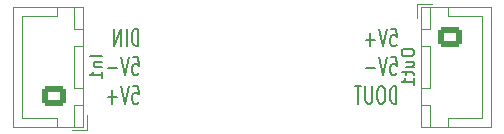
<source format=gbo>
G04 #@! TF.GenerationSoftware,KiCad,Pcbnew,7.0.2-0*
G04 #@! TF.CreationDate,2023-12-21T10:07:40-08:00*
G04 #@! TF.ProjectId,MM Skirt,4d4d2053-6b69-4727-942e-6b696361645f,rev?*
G04 #@! TF.SameCoordinates,Original*
G04 #@! TF.FileFunction,Legend,Bot*
G04 #@! TF.FilePolarity,Positive*
%FSLAX46Y46*%
G04 Gerber Fmt 4.6, Leading zero omitted, Abs format (unit mm)*
G04 Created by KiCad (PCBNEW 7.0.2-0) date 2023-12-21 10:07:40*
%MOMM*%
%LPD*%
G01*
G04 APERTURE LIST*
G04 Aperture macros list*
%AMRoundRect*
0 Rectangle with rounded corners*
0 $1 Rounding radius*
0 $2 $3 $4 $5 $6 $7 $8 $9 X,Y pos of 4 corners*
0 Add a 4 corners polygon primitive as box body*
4,1,4,$2,$3,$4,$5,$6,$7,$8,$9,$2,$3,0*
0 Add four circle primitives for the rounded corners*
1,1,$1+$1,$2,$3*
1,1,$1+$1,$4,$5*
1,1,$1+$1,$6,$7*
1,1,$1+$1,$8,$9*
0 Add four rect primitives between the rounded corners*
20,1,$1+$1,$2,$3,$4,$5,0*
20,1,$1+$1,$4,$5,$6,$7,0*
20,1,$1+$1,$6,$7,$8,$9,0*
20,1,$1+$1,$8,$9,$2,$3,0*%
G04 Aperture macros list end*
%ADD10C,0.150000*%
%ADD11C,0.120000*%
%ADD12O,1.950000X1.700000*%
%ADD13RoundRect,0.250000X-0.725000X0.600000X-0.725000X-0.600000X0.725000X-0.600000X0.725000X0.600000X0*%
%ADD14RoundRect,0.250000X0.725000X-0.600000X0.725000X0.600000X-0.725000X0.600000X-0.725000X-0.600000X0*%
G04 APERTURE END LIST*
D10*
X113807904Y-91222428D02*
X113807904Y-89722428D01*
X113807904Y-89722428D02*
X113569809Y-89722428D01*
X113569809Y-89722428D02*
X113426952Y-89793857D01*
X113426952Y-89793857D02*
X113331714Y-89936714D01*
X113331714Y-89936714D02*
X113284095Y-90079571D01*
X113284095Y-90079571D02*
X113236476Y-90365285D01*
X113236476Y-90365285D02*
X113236476Y-90579571D01*
X113236476Y-90579571D02*
X113284095Y-90865285D01*
X113284095Y-90865285D02*
X113331714Y-91008142D01*
X113331714Y-91008142D02*
X113426952Y-91151000D01*
X113426952Y-91151000D02*
X113569809Y-91222428D01*
X113569809Y-91222428D02*
X113807904Y-91222428D01*
X112807904Y-91222428D02*
X112807904Y-89722428D01*
X112331714Y-91222428D02*
X112331714Y-89722428D01*
X112331714Y-89722428D02*
X111760286Y-91222428D01*
X111760286Y-91222428D02*
X111760286Y-89722428D01*
X113331714Y-92152428D02*
X113807904Y-92152428D01*
X113807904Y-92152428D02*
X113855523Y-92866714D01*
X113855523Y-92866714D02*
X113807904Y-92795285D01*
X113807904Y-92795285D02*
X113712666Y-92723857D01*
X113712666Y-92723857D02*
X113474571Y-92723857D01*
X113474571Y-92723857D02*
X113379333Y-92795285D01*
X113379333Y-92795285D02*
X113331714Y-92866714D01*
X113331714Y-92866714D02*
X113284095Y-93009571D01*
X113284095Y-93009571D02*
X113284095Y-93366714D01*
X113284095Y-93366714D02*
X113331714Y-93509571D01*
X113331714Y-93509571D02*
X113379333Y-93581000D01*
X113379333Y-93581000D02*
X113474571Y-93652428D01*
X113474571Y-93652428D02*
X113712666Y-93652428D01*
X113712666Y-93652428D02*
X113807904Y-93581000D01*
X113807904Y-93581000D02*
X113855523Y-93509571D01*
X112998380Y-92152428D02*
X112665047Y-93652428D01*
X112665047Y-93652428D02*
X112331714Y-92152428D01*
X111998380Y-93081000D02*
X111236476Y-93081000D01*
X113331714Y-94582428D02*
X113807904Y-94582428D01*
X113807904Y-94582428D02*
X113855523Y-95296714D01*
X113855523Y-95296714D02*
X113807904Y-95225285D01*
X113807904Y-95225285D02*
X113712666Y-95153857D01*
X113712666Y-95153857D02*
X113474571Y-95153857D01*
X113474571Y-95153857D02*
X113379333Y-95225285D01*
X113379333Y-95225285D02*
X113331714Y-95296714D01*
X113331714Y-95296714D02*
X113284095Y-95439571D01*
X113284095Y-95439571D02*
X113284095Y-95796714D01*
X113284095Y-95796714D02*
X113331714Y-95939571D01*
X113331714Y-95939571D02*
X113379333Y-96011000D01*
X113379333Y-96011000D02*
X113474571Y-96082428D01*
X113474571Y-96082428D02*
X113712666Y-96082428D01*
X113712666Y-96082428D02*
X113807904Y-96011000D01*
X113807904Y-96011000D02*
X113855523Y-95939571D01*
X112998380Y-94582428D02*
X112665047Y-96082428D01*
X112665047Y-96082428D02*
X112331714Y-94582428D01*
X111998380Y-95511000D02*
X111236476Y-95511000D01*
X111617428Y-96082428D02*
X111617428Y-94939571D01*
X135175714Y-89722428D02*
X135651904Y-89722428D01*
X135651904Y-89722428D02*
X135699523Y-90436714D01*
X135699523Y-90436714D02*
X135651904Y-90365285D01*
X135651904Y-90365285D02*
X135556666Y-90293857D01*
X135556666Y-90293857D02*
X135318571Y-90293857D01*
X135318571Y-90293857D02*
X135223333Y-90365285D01*
X135223333Y-90365285D02*
X135175714Y-90436714D01*
X135175714Y-90436714D02*
X135128095Y-90579571D01*
X135128095Y-90579571D02*
X135128095Y-90936714D01*
X135128095Y-90936714D02*
X135175714Y-91079571D01*
X135175714Y-91079571D02*
X135223333Y-91151000D01*
X135223333Y-91151000D02*
X135318571Y-91222428D01*
X135318571Y-91222428D02*
X135556666Y-91222428D01*
X135556666Y-91222428D02*
X135651904Y-91151000D01*
X135651904Y-91151000D02*
X135699523Y-91079571D01*
X134842380Y-89722428D02*
X134509047Y-91222428D01*
X134509047Y-91222428D02*
X134175714Y-89722428D01*
X133842380Y-90651000D02*
X133080476Y-90651000D01*
X133461428Y-91222428D02*
X133461428Y-90079571D01*
X135175714Y-92152428D02*
X135651904Y-92152428D01*
X135651904Y-92152428D02*
X135699523Y-92866714D01*
X135699523Y-92866714D02*
X135651904Y-92795285D01*
X135651904Y-92795285D02*
X135556666Y-92723857D01*
X135556666Y-92723857D02*
X135318571Y-92723857D01*
X135318571Y-92723857D02*
X135223333Y-92795285D01*
X135223333Y-92795285D02*
X135175714Y-92866714D01*
X135175714Y-92866714D02*
X135128095Y-93009571D01*
X135128095Y-93009571D02*
X135128095Y-93366714D01*
X135128095Y-93366714D02*
X135175714Y-93509571D01*
X135175714Y-93509571D02*
X135223333Y-93581000D01*
X135223333Y-93581000D02*
X135318571Y-93652428D01*
X135318571Y-93652428D02*
X135556666Y-93652428D01*
X135556666Y-93652428D02*
X135651904Y-93581000D01*
X135651904Y-93581000D02*
X135699523Y-93509571D01*
X134842380Y-92152428D02*
X134509047Y-93652428D01*
X134509047Y-93652428D02*
X134175714Y-92152428D01*
X133842380Y-93081000D02*
X133080476Y-93081000D01*
X135651904Y-96082428D02*
X135651904Y-94582428D01*
X135651904Y-94582428D02*
X135413809Y-94582428D01*
X135413809Y-94582428D02*
X135270952Y-94653857D01*
X135270952Y-94653857D02*
X135175714Y-94796714D01*
X135175714Y-94796714D02*
X135128095Y-94939571D01*
X135128095Y-94939571D02*
X135080476Y-95225285D01*
X135080476Y-95225285D02*
X135080476Y-95439571D01*
X135080476Y-95439571D02*
X135128095Y-95725285D01*
X135128095Y-95725285D02*
X135175714Y-95868142D01*
X135175714Y-95868142D02*
X135270952Y-96011000D01*
X135270952Y-96011000D02*
X135413809Y-96082428D01*
X135413809Y-96082428D02*
X135651904Y-96082428D01*
X134461428Y-94582428D02*
X134270952Y-94582428D01*
X134270952Y-94582428D02*
X134175714Y-94653857D01*
X134175714Y-94653857D02*
X134080476Y-94796714D01*
X134080476Y-94796714D02*
X134032857Y-95082428D01*
X134032857Y-95082428D02*
X134032857Y-95582428D01*
X134032857Y-95582428D02*
X134080476Y-95868142D01*
X134080476Y-95868142D02*
X134175714Y-96011000D01*
X134175714Y-96011000D02*
X134270952Y-96082428D01*
X134270952Y-96082428D02*
X134461428Y-96082428D01*
X134461428Y-96082428D02*
X134556666Y-96011000D01*
X134556666Y-96011000D02*
X134651904Y-95868142D01*
X134651904Y-95868142D02*
X134699523Y-95582428D01*
X134699523Y-95582428D02*
X134699523Y-95082428D01*
X134699523Y-95082428D02*
X134651904Y-94796714D01*
X134651904Y-94796714D02*
X134556666Y-94653857D01*
X134556666Y-94653857D02*
X134461428Y-94582428D01*
X133604285Y-94582428D02*
X133604285Y-95796714D01*
X133604285Y-95796714D02*
X133556666Y-95939571D01*
X133556666Y-95939571D02*
X133509047Y-96011000D01*
X133509047Y-96011000D02*
X133413809Y-96082428D01*
X133413809Y-96082428D02*
X133223333Y-96082428D01*
X133223333Y-96082428D02*
X133128095Y-96011000D01*
X133128095Y-96011000D02*
X133080476Y-95939571D01*
X133080476Y-95939571D02*
X133032857Y-95796714D01*
X133032857Y-95796714D02*
X133032857Y-94582428D01*
X132699523Y-94582428D02*
X132128095Y-94582428D01*
X132413809Y-96082428D02*
X132413809Y-94582428D01*
X136103619Y-91654476D02*
X136103619Y-91844952D01*
X136103619Y-91844952D02*
X136151238Y-91940190D01*
X136151238Y-91940190D02*
X136246476Y-92035428D01*
X136246476Y-92035428D02*
X136436952Y-92083047D01*
X136436952Y-92083047D02*
X136770285Y-92083047D01*
X136770285Y-92083047D02*
X136960761Y-92035428D01*
X136960761Y-92035428D02*
X137056000Y-91940190D01*
X137056000Y-91940190D02*
X137103619Y-91844952D01*
X137103619Y-91844952D02*
X137103619Y-91654476D01*
X137103619Y-91654476D02*
X137056000Y-91559238D01*
X137056000Y-91559238D02*
X136960761Y-91464000D01*
X136960761Y-91464000D02*
X136770285Y-91416381D01*
X136770285Y-91416381D02*
X136436952Y-91416381D01*
X136436952Y-91416381D02*
X136246476Y-91464000D01*
X136246476Y-91464000D02*
X136151238Y-91559238D01*
X136151238Y-91559238D02*
X136103619Y-91654476D01*
X136436952Y-92940190D02*
X137103619Y-92940190D01*
X136436952Y-92511619D02*
X136960761Y-92511619D01*
X136960761Y-92511619D02*
X137056000Y-92559238D01*
X137056000Y-92559238D02*
X137103619Y-92654476D01*
X137103619Y-92654476D02*
X137103619Y-92797333D01*
X137103619Y-92797333D02*
X137056000Y-92892571D01*
X137056000Y-92892571D02*
X137008380Y-92940190D01*
X136436952Y-93273524D02*
X136436952Y-93654476D01*
X136103619Y-93416381D02*
X136960761Y-93416381D01*
X136960761Y-93416381D02*
X137056000Y-93464000D01*
X137056000Y-93464000D02*
X137103619Y-93559238D01*
X137103619Y-93559238D02*
X137103619Y-93654476D01*
X137103619Y-94511619D02*
X137103619Y-93940191D01*
X137103619Y-94225905D02*
X136103619Y-94225905D01*
X136103619Y-94225905D02*
X136246476Y-94130667D01*
X136246476Y-94130667D02*
X136341714Y-94035429D01*
X136341714Y-94035429D02*
X136389333Y-93940191D01*
X110692619Y-92035429D02*
X109692619Y-92035429D01*
X110025952Y-92511619D02*
X110692619Y-92511619D01*
X110121190Y-92511619D02*
X110073571Y-92559238D01*
X110073571Y-92559238D02*
X110025952Y-92654476D01*
X110025952Y-92654476D02*
X110025952Y-92797333D01*
X110025952Y-92797333D02*
X110073571Y-92892571D01*
X110073571Y-92892571D02*
X110168809Y-92940190D01*
X110168809Y-92940190D02*
X110692619Y-92940190D01*
X110692619Y-93940190D02*
X110692619Y-93368762D01*
X110692619Y-93654476D02*
X109692619Y-93654476D01*
X109692619Y-93654476D02*
X109835476Y-93559238D01*
X109835476Y-93559238D02*
X109930714Y-93464000D01*
X109930714Y-93464000D02*
X109978333Y-93368762D01*
D11*
X137441000Y-87614000D02*
X138691000Y-87614000D01*
X143701000Y-87904000D02*
X143701000Y-98024000D01*
X137731000Y-87904000D02*
X143701000Y-87904000D01*
X139991000Y-87914000D02*
X139991000Y-88664000D01*
X138491000Y-87914000D02*
X138491000Y-89714000D01*
X137741000Y-87914000D02*
X138491000Y-87914000D01*
X142941000Y-88664000D02*
X142941000Y-92964000D01*
X139991000Y-88664000D02*
X142941000Y-88664000D01*
X137441000Y-88864000D02*
X137441000Y-87614000D01*
X138491000Y-89714000D02*
X137741000Y-89714000D01*
X137741000Y-89714000D02*
X137741000Y-87914000D01*
X138491000Y-91214000D02*
X138491000Y-94714000D01*
X137741000Y-91214000D02*
X138491000Y-91214000D01*
X138491000Y-94714000D02*
X137741000Y-94714000D01*
X137741000Y-94714000D02*
X137741000Y-91214000D01*
X138491000Y-96214000D02*
X138491000Y-98014000D01*
X137741000Y-96214000D02*
X138491000Y-96214000D01*
X142941000Y-97264000D02*
X142941000Y-92964000D01*
X139991000Y-97264000D02*
X142941000Y-97264000D01*
X139991000Y-98014000D02*
X139991000Y-97264000D01*
X138491000Y-98014000D02*
X137741000Y-98014000D01*
X137741000Y-98014000D02*
X137741000Y-96214000D01*
X143701000Y-98024000D02*
X137731000Y-98024000D01*
X137731000Y-98024000D02*
X137731000Y-87904000D01*
X109430000Y-98314000D02*
X108180000Y-98314000D01*
X103170000Y-98024000D02*
X103170000Y-87904000D01*
X109140000Y-98024000D02*
X103170000Y-98024000D01*
X106880000Y-98014000D02*
X106880000Y-97264000D01*
X108380000Y-98014000D02*
X108380000Y-96214000D01*
X109130000Y-98014000D02*
X108380000Y-98014000D01*
X103930000Y-97264000D02*
X103930000Y-92964000D01*
X106880000Y-97264000D02*
X103930000Y-97264000D01*
X109430000Y-97064000D02*
X109430000Y-98314000D01*
X108380000Y-96214000D02*
X109130000Y-96214000D01*
X109130000Y-96214000D02*
X109130000Y-98014000D01*
X108380000Y-94714000D02*
X108380000Y-91214000D01*
X109130000Y-94714000D02*
X108380000Y-94714000D01*
X108380000Y-91214000D02*
X109130000Y-91214000D01*
X109130000Y-91214000D02*
X109130000Y-94714000D01*
X108380000Y-89714000D02*
X108380000Y-87914000D01*
X109130000Y-89714000D02*
X108380000Y-89714000D01*
X103930000Y-88664000D02*
X103930000Y-92964000D01*
X106880000Y-88664000D02*
X103930000Y-88664000D01*
X106880000Y-87914000D02*
X106880000Y-88664000D01*
X108380000Y-87914000D02*
X109130000Y-87914000D01*
X109130000Y-87914000D02*
X109130000Y-89714000D01*
X103170000Y-87904000D02*
X109140000Y-87904000D01*
X109140000Y-87904000D02*
X109140000Y-98024000D01*
D12*
X140191000Y-92964000D03*
%LPC*%
D13*
X140191000Y-90464000D03*
D12*
X140191000Y-92964000D03*
X140191000Y-95464000D03*
D14*
X106680000Y-95464000D03*
D12*
X106680000Y-92964000D03*
X106680000Y-90464000D03*
%LPD*%
M02*

</source>
